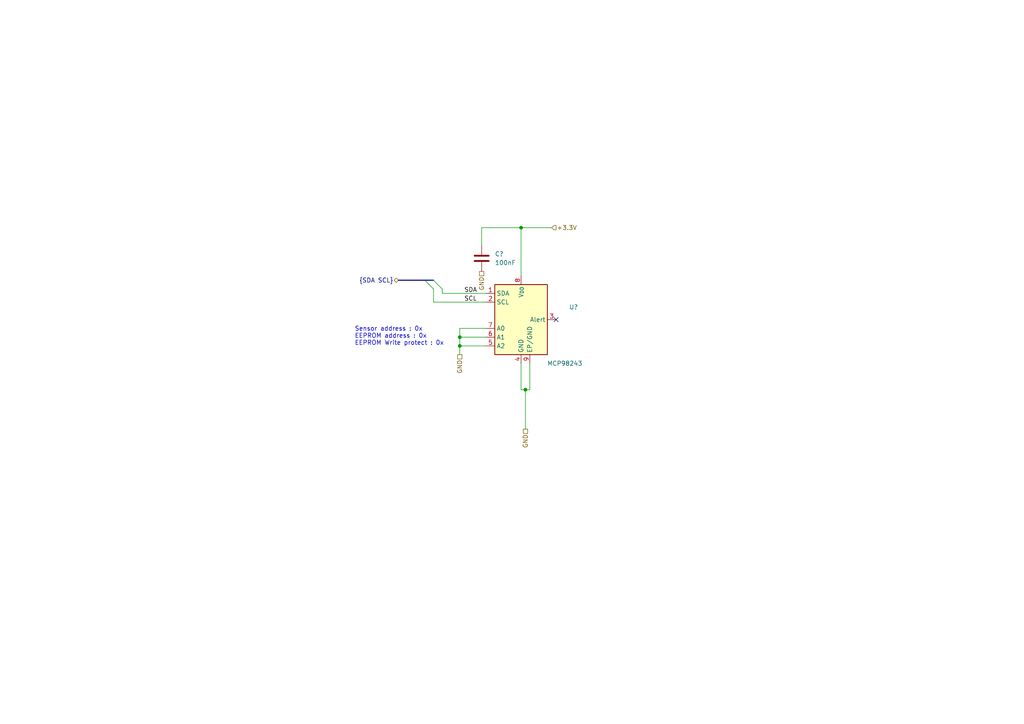
<source format=kicad_sch>
(kicad_sch (version 20230121) (generator eeschema)
  (paper "A4")
  (lib_symbols
    (symbol "Device:C" (pin_numbers hide) (pin_names (offset 0.254))
      (property "Reference" "C" (at 0.635 2.54 0))
      (property "Value" "C" (at 0.635 -2.54 0))
      (symbol "C_0_1"
        (polyline (pts (xy -2.032 -0.762) (xy 2.032 -0.762)) (stroke (width 0.508)))
        (polyline (pts (xy -2.032 0.762) (xy 2.032 0.762)) (stroke (width 0.508)))
      )
      (symbol "C_1_1"
        (pin passive line (at 0 3.81 270) (length 2.794) (name "~") (number "1"))
        (pin passive line (at 0 -3.81 90) (length 2.794) (name "~") (number "2"))
      )
    )
    (symbol "Sensor_Temperature:MCP9808_DFN"
      (property "Reference" "U" (at -6.35 11.43 0))
      (property "Value" "MCP9808_DFN" (at 10.16 11.43 0))
      (symbol "MCP9808_DFN_0_1"
        (rectangle (start -7.62 10.16) (end 7.62 -10.16) (stroke (width 0.254)) (fill (type background)))
      )
      (symbol "MCP9808_DFN_1_1"
        (pin bidirectional line (at -10.16 7.62 0) (length 2.54) (name "SDA") (number "1"))
        (pin input line (at -10.16 5.08 0) (length 2.54) (name "SCL") (number "2"))
        (pin output line (at 10.16 0 180) (length 2.54) (name "Alert") (number "3"))
        (pin power_in line (at 0 -12.7 90) (length 2.54) (name "GND") (number "4"))
        (pin input line (at -10.16 -7.62 0) (length 2.54) (name "A2") (number "5"))
        (pin input line (at -10.16 -5.08 0) (length 2.54) (name "A1") (number "6"))
        (pin input line (at -10.16 -2.54 0) (length 2.54) (name "A0") (number "7"))
        (pin power_in line (at 0 12.7 270) (length 2.54) (name "V_{DD}") (number "8"))
        (pin power_in line (at 2.54 -12.7 90) (length 2.54) (name "EP/GND") (number "9"))
      )
    )
  )
  (junction (at 152.4 113.03))
  (junction (at 133.35 100.33))
  (junction (at 133.35 97.79))
  (junction (at 151.13 66.04))
  (no_connect (at 161.29 92.71))
  (bus_entry (at 128.27 83.82) (size -2.54 -2.54))
  (bus_entry (at 125.73 83.82) (size -2.54 -2.54))
  (wire (pts (xy 140.97 100.33) (xy 133.35 100.33)))
  (wire (pts (xy 153.67 113.03) (xy 152.4 113.03)))
  (wire (pts (xy 133.35 100.33) (xy 133.35 102.87)))
  (wire (pts (xy 133.35 97.79) (xy 133.35 100.33)))
  (wire (pts (xy 151.13 113.03) (xy 152.4 113.03)))
  (wire (pts (xy 139.7 71.12) (xy 139.7 66.04)))
  (wire (pts (xy 125.73 87.63) (xy 140.97 87.63)))
  (wire (pts (xy 128.27 85.09) (xy 140.97 85.09)))
  (wire (pts (xy 151.13 66.04) (xy 151.13 80.01)))
  (wire (pts (xy 140.97 95.25) (xy 133.35 95.25)))
  (wire (pts (xy 133.35 95.25) (xy 133.35 97.79)))
  (wire (pts (xy 152.4 113.03) (xy 152.4 124.46)))
  (wire (pts (xy 151.13 66.04) (xy 160.02 66.04)))
  (wire (pts (xy 151.13 105.41) (xy 151.13 113.03)))
  (bus (pts (xy 125.73 81.28) (xy 123.19 81.28)))
  (wire (pts (xy 153.67 105.41) (xy 153.67 113.03)))
  (wire (pts (xy 125.73 83.82) (xy 125.73 87.63)))
  (wire (pts (xy 128.27 83.82) (xy 128.27 85.09)))
  (wire (pts (xy 139.7 66.04) (xy 151.13 66.04)))
  (wire (pts (xy 140.97 97.79) (xy 133.35 97.79)))
  (bus (pts (xy 123.19 81.28) (xy 115.57 81.28)))
  (text "Sensor address : 0x\nEEPROM address : 0x\nEEPROM Write protect : 0x" (at 102.87 100.33 0) (effects (font (size 1.27 1.27)) (justify left bottom)))
  (label "SCL" (at 134.62 87.63 0))
  (label "SDA" (at 134.62 85.09 0))
  (hierarchical_label "{SDA SCL}" (shape bidirectional) (at 115.57 81.28 180))
  (hierarchical_label "GND" (shape passive) (at 152.4 124.46 270))
  (hierarchical_label "+3.3V" (shape input) (at 160.02 66.04 0))
  (hierarchical_label "GND" (shape passive) (at 139.7 78.74 270))
  (hierarchical_label "GND" (shape passive) (at 133.35 102.87 270))
  (symbol (lib_id "Device:C") (at 139.7 74.93 0) (unit 1)
    (property "Reference" "C?" (at 143.51 73.66 0) (effects (justify left)))
    (property "Value" "100nF" (at 143.51 76.2 0) (effects (justify left)))
    (property "Footprint" "Capacitor_SMD:C_0603_1608Metric" (effects hide))
    (instances (project "PCB" (path "" (reference "C?") (unit 1)) (path "" (reference "C2") (unit 1)) (path "" (reference "C10") (unit 1)) (path "" (reference "C17") (unit 1)) (path "" (reference "C11") (unit 1))))
  )
  (symbol (lib_id "Sensor_Temperature:MCP9808_DFN") (at 151.13 92.71 0) (unit 1)
    (property "Reference" "U?" (at 166.37 89.0621 0))
    (property "Value" "MCP98243" (at 163.83 105.41 0))
    (property "Footprint" "Package_DFN_QFN:DFN-8-1EP_3x2mm_P0.5mm_EP1.7x1.4mm" (effects hide))
    (property "Datasheet" "http://ww1.microchip.com/downloads/en/DeviceDoc/MCP9808-0.5C-Maximum-Accuracy-Digital-Temperature-Sensor-Data-Sheet-DS20005095B.pdf" (effects hide))
    (instances (project "PCB" (path "" (reference "U?") (unit 1)) (path "" (reference "U6") (unit 1)) (path "" (reference "U4") (unit 1)) (path "" (reference "U1") (unit 1))))
  )
)
</source>
